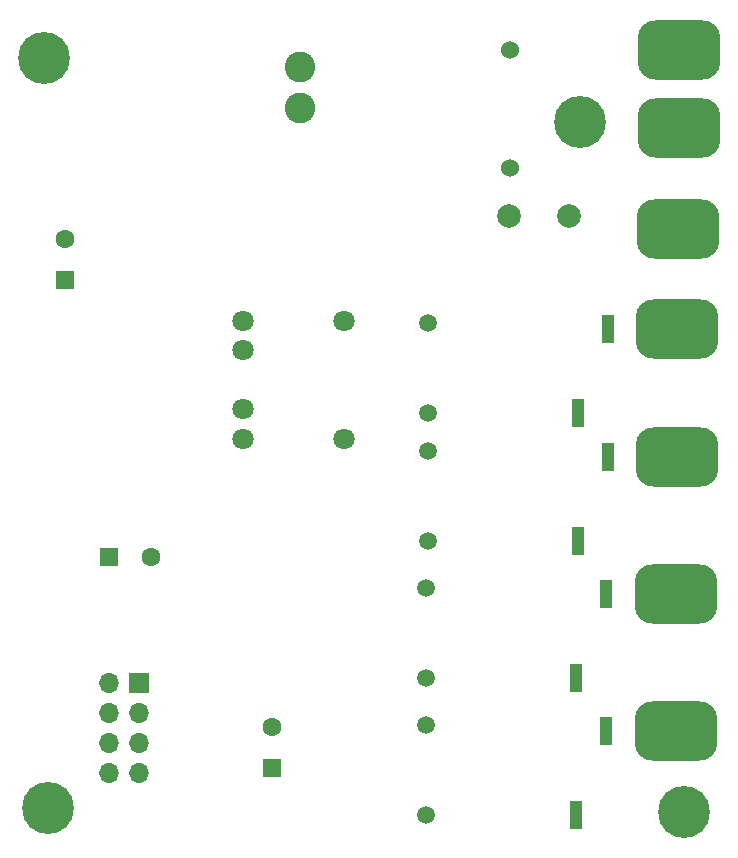
<source format=gbs>
G04 #@! TF.GenerationSoftware,KiCad,Pcbnew,8.0.2-8.0.2-0~ubuntu22.04.1*
G04 #@! TF.CreationDate,2024-05-24T15:40:40+07:00*
G04 #@! TF.ProjectId,PCB_design,5043425f-6465-4736-9967-6e2e6b696361,rev?*
G04 #@! TF.SameCoordinates,Original*
G04 #@! TF.FileFunction,Soldermask,Bot*
G04 #@! TF.FilePolarity,Negative*
%FSLAX46Y46*%
G04 Gerber Fmt 4.6, Leading zero omitted, Abs format (unit mm)*
G04 Created by KiCad (PCBNEW 8.0.2-8.0.2-0~ubuntu22.04.1) date 2024-05-24 15:40:40*
%MOMM*%
%LPD*%
G01*
G04 APERTURE LIST*
G04 Aperture macros list*
%AMRoundRect*
0 Rectangle with rounded corners*
0 $1 Rounding radius*
0 $2 $3 $4 $5 $6 $7 $8 $9 X,Y pos of 4 corners*
0 Add a 4 corners polygon primitive as box body*
4,1,4,$2,$3,$4,$5,$6,$7,$8,$9,$2,$3,0*
0 Add four circle primitives for the rounded corners*
1,1,$1+$1,$2,$3*
1,1,$1+$1,$4,$5*
1,1,$1+$1,$6,$7*
1,1,$1+$1,$8,$9*
0 Add four rect primitives between the rounded corners*
20,1,$1+$1,$2,$3,$4,$5,0*
20,1,$1+$1,$4,$5,$6,$7,0*
20,1,$1+$1,$6,$7,$8,$9,0*
20,1,$1+$1,$8,$9,$2,$3,0*%
G04 Aperture macros list end*
%ADD10C,0.700000*%
%ADD11RoundRect,1.500000X2.000000X-1.000000X2.000000X1.000000X-2.000000X1.000000X-2.000000X-1.000000X0*%
%ADD12C,4.400000*%
%ADD13C,1.600000*%
%ADD14R,1.600000X1.600000*%
%ADD15C,1.500000*%
%ADD16R,1.000000X2.400000*%
%ADD17C,1.524000*%
%ADD18C,2.000000*%
%ADD19O,1.700000X1.700000*%
%ADD20R,1.700000X1.700000*%
%ADD21C,2.600000*%
%ADD22C,1.800000*%
G04 APERTURE END LIST*
D10*
X160220000Y-36410000D03*
X160220000Y-37610000D03*
D11*
X157970000Y-37610000D03*
D10*
X160220000Y-38810000D03*
X151210000Y-43730000D03*
X150726726Y-44896726D03*
X150726726Y-42563274D03*
X149560000Y-45380000D03*
D12*
X149560000Y-43730000D03*
D10*
X149560000Y-42080000D03*
X148393274Y-44896726D03*
X148393274Y-42563274D03*
X147910000Y-43730000D03*
D13*
X106000000Y-53652651D03*
D14*
X106000000Y-57152651D03*
D15*
X136690000Y-71590000D03*
X136690000Y-79190000D03*
D16*
X151930000Y-72090000D03*
X149390000Y-79190000D03*
D17*
X143630000Y-37610000D03*
X143630000Y-47610000D03*
D18*
X143620000Y-51710000D03*
X148620000Y-51710000D03*
D19*
X109750000Y-98870000D03*
X112290000Y-98870000D03*
X109750000Y-96330000D03*
X112290000Y-96330000D03*
X109750000Y-93790000D03*
X112290000Y-93790000D03*
X109750000Y-91250000D03*
D20*
X112290000Y-91250000D03*
D15*
X136590000Y-83190000D03*
X136590000Y-90790000D03*
D16*
X151830000Y-83690000D03*
X149290000Y-90790000D03*
D21*
X125920000Y-39090000D03*
X125920000Y-42590000D03*
D10*
X160220000Y-43010000D03*
X160220000Y-44210000D03*
D11*
X157970000Y-44210000D03*
D10*
X160220000Y-45410000D03*
X105825000Y-38285000D03*
X105341726Y-39451726D03*
X105341726Y-37118274D03*
X104175000Y-39935000D03*
D12*
X104175000Y-38285000D03*
D10*
X104175000Y-36635000D03*
X103008274Y-39451726D03*
X103008274Y-37118274D03*
X102525000Y-38285000D03*
X159990000Y-82490000D03*
X159990000Y-83690000D03*
D11*
X157740000Y-83690000D03*
D10*
X159990000Y-84890000D03*
D13*
X123500000Y-94952651D03*
D14*
X123500000Y-98452651D03*
D15*
X136690000Y-60790000D03*
X136690000Y-68390000D03*
D16*
X151930000Y-61290000D03*
X149390000Y-68390000D03*
D10*
X160090000Y-60090000D03*
X160090000Y-61290000D03*
D11*
X157840000Y-61290000D03*
D10*
X160090000Y-62490000D03*
X160050000Y-102120000D03*
X159566726Y-103286726D03*
X159566726Y-100953274D03*
X158400000Y-103770000D03*
D12*
X158400000Y-102120000D03*
D10*
X158400000Y-100470000D03*
X157233274Y-103286726D03*
X157233274Y-100953274D03*
X156750000Y-102120000D03*
X106170000Y-101800000D03*
X105686726Y-102966726D03*
X105686726Y-100633274D03*
X104520000Y-103450000D03*
D12*
X104520000Y-101800000D03*
D10*
X104520000Y-100150000D03*
X103353274Y-102966726D03*
X103353274Y-100633274D03*
X102870000Y-101800000D03*
D15*
X136590000Y-94790000D03*
X136590000Y-102390000D03*
D16*
X151830000Y-95290000D03*
X149290000Y-102390000D03*
D10*
X160160000Y-51630000D03*
X160160000Y-52830000D03*
D11*
X157910000Y-52830000D03*
D10*
X160160000Y-54030000D03*
X159990000Y-94090000D03*
X159990000Y-95290000D03*
D11*
X157740000Y-95290000D03*
D10*
X159990000Y-96490000D03*
D22*
X121100000Y-60550000D03*
X121100000Y-63050000D03*
X129600000Y-60550000D03*
X129600000Y-70550000D03*
X121100000Y-70550000D03*
X121100000Y-68050000D03*
D10*
X160090000Y-70890000D03*
X160090000Y-72090000D03*
D11*
X157840000Y-72090000D03*
D10*
X160090000Y-73290000D03*
D13*
X113250000Y-80550000D03*
D14*
X109750000Y-80550000D03*
M02*

</source>
